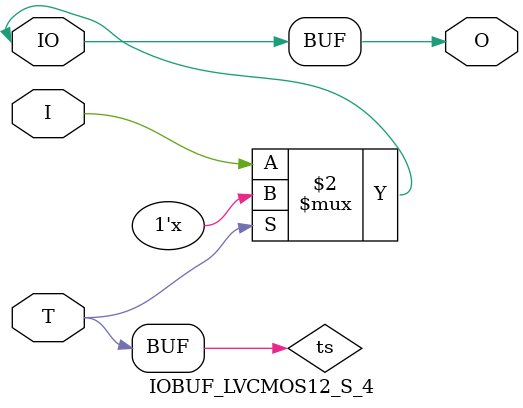
<source format=v>

/*

FUNCTION	: INPUT TRI-STATE OUTPUT BUFFER

*/

`celldefine
`timescale  100 ps / 10 ps

module IOBUF_LVCMOS12_S_4 (O, IO, I, T);

    output O;

    inout  IO;

    input  I, T;

    or O1 (ts, 1'b0, T);
    bufif0 T1 (IO, I, ts);

    buf B1 (O, IO);

endmodule

</source>
